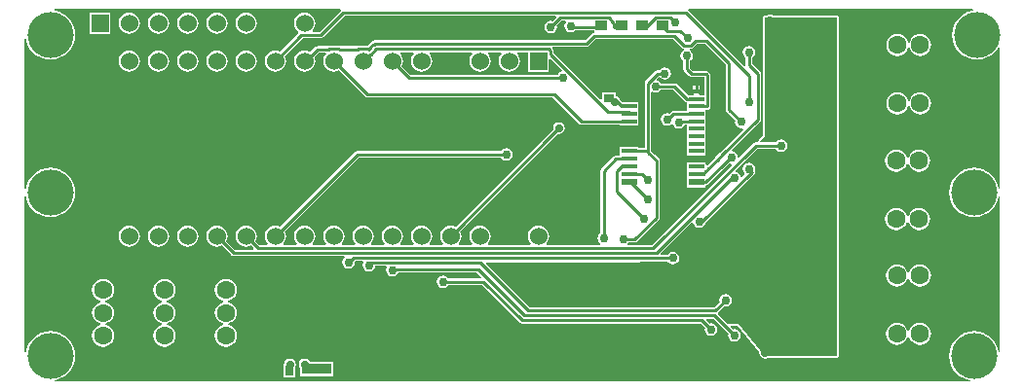
<source format=gbl>
G04 Layer_Physical_Order=2*
G04 Layer_Color=16711680*
%FSLAX25Y25*%
%MOIN*%
G70*
G01*
G75*
%ADD12R,0.03543X0.02756*%
%ADD15R,0.10236X0.03740*%
%ADD18R,0.03937X0.03543*%
%ADD23C,0.01000*%
%ADD26C,0.06000*%
%ADD27R,0.06000X0.06000*%
%ADD28C,0.06300*%
%ADD29C,0.07874*%
%ADD30C,0.15748*%
%ADD31C,0.03000*%
%ADD32C,0.02800*%
%ADD33C,0.01969*%
%ADD34R,0.02756X0.03543*%
%ADD35R,0.05315X0.01575*%
%ADD36R,0.05315X0.02362*%
G36*
X466090Y301724D02*
Y286288D01*
X466090Y286288D01*
X466176Y285859D01*
X466419Y285495D01*
X469351Y282563D01*
X469259Y282100D01*
X469422Y281281D01*
X469886Y280586D01*
X470581Y280122D01*
X471400Y279959D01*
X471732Y280025D01*
X471978Y279564D01*
X464169Y271756D01*
X464076Y271693D01*
X464076Y271693D01*
X462553Y270170D01*
X462491Y270077D01*
X459735Y267321D01*
X459273Y267513D01*
Y268372D01*
X452758D01*
Y265597D01*
Y263038D01*
Y259691D01*
X459273D01*
Y260371D01*
X459601Y260436D01*
X459965Y260679D01*
X465793Y266508D01*
X465900Y266667D01*
X467242Y268010D01*
X467892Y267880D01*
X468133Y267414D01*
X440740Y240021D01*
X432719D01*
X432579Y240339D01*
X432549Y240473D01*
X432851Y240879D01*
X434924D01*
X434924Y240878D01*
X435353Y240964D01*
X435717Y241207D01*
X443093Y248583D01*
X443093Y248583D01*
X443336Y248947D01*
X443422Y249376D01*
X443422Y249376D01*
Y269092D01*
X443411Y269144D01*
X443417Y269196D01*
X443369Y269357D01*
X443336Y269521D01*
X443307Y269565D01*
X443292Y269616D01*
X443186Y269746D01*
X443093Y269885D01*
X443049Y269915D01*
X443016Y269955D01*
X440522Y272024D01*
Y292232D01*
X440963Y292468D01*
X441181Y292322D01*
X442000Y292159D01*
X442819Y292322D01*
X443514Y292786D01*
X443776Y293179D01*
X448035D01*
X451991Y289223D01*
X451991Y289223D01*
X452355Y288980D01*
X452758Y288899D01*
Y286019D01*
X448098D01*
X448098Y286019D01*
X447668Y285934D01*
X447304Y285691D01*
X447304Y285691D01*
X446630Y285016D01*
X446000Y285141D01*
X445181Y284978D01*
X444486Y284514D01*
X444022Y283819D01*
X443859Y283000D01*
X444022Y282181D01*
X444486Y281486D01*
X445181Y281022D01*
X446000Y280859D01*
X446819Y281022D01*
X447459Y281449D01*
X447743Y281401D01*
X447997Y281308D01*
X448022Y281181D01*
X448486Y280486D01*
X449181Y280022D01*
X450000Y279859D01*
X450819Y280022D01*
X451514Y280486D01*
X451978Y281181D01*
X451985Y281217D01*
X452758D01*
Y278392D01*
Y275833D01*
Y273274D01*
Y270715D01*
X459273D01*
Y273274D01*
Y275833D01*
Y278392D01*
Y280951D01*
Y283510D01*
Y286335D01*
X459800D01*
X460229Y286421D01*
X460593Y286664D01*
X460836Y287028D01*
X460922Y287457D01*
Y298100D01*
X460922Y298100D01*
X460836Y298529D01*
X460593Y298893D01*
X460593Y298893D01*
X460136Y299350D01*
X459772Y299593D01*
X459343Y299679D01*
X459343Y299678D01*
X454865D01*
X453822Y300722D01*
Y303124D01*
X454214Y303386D01*
X454678Y304081D01*
X454841Y304900D01*
X454678Y305719D01*
X454214Y306414D01*
X453669Y306779D01*
X453820Y307278D01*
X454077D01*
X454077Y307278D01*
X454506Y307364D01*
X454870Y307607D01*
X456126Y308863D01*
X458951D01*
X466090Y301724D01*
D02*
G37*
G36*
X398400Y299400D02*
X405600D01*
Y303538D01*
X406062Y303729D01*
X409983Y299808D01*
X409838Y299329D01*
X409581Y299278D01*
X408886Y298814D01*
X408624Y298422D01*
X358165D01*
X355220Y301366D01*
X355507Y302060D01*
X355631Y303000D01*
X355507Y303940D01*
X355145Y304816D01*
X354636Y305479D01*
X354780Y305978D01*
X359220D01*
X359364Y305479D01*
X358855Y304816D01*
X358493Y303940D01*
X358369Y303000D01*
X358493Y302060D01*
X358855Y301185D01*
X359433Y300432D01*
X360185Y299855D01*
X361060Y299493D01*
X362000Y299369D01*
X362940Y299493D01*
X363815Y299855D01*
X364567Y300432D01*
X365145Y301185D01*
X365507Y302060D01*
X365631Y303000D01*
X365507Y303940D01*
X365145Y304816D01*
X364636Y305479D01*
X364780Y305978D01*
X379220D01*
X379364Y305479D01*
X378855Y304816D01*
X378493Y303940D01*
X378369Y303000D01*
X378493Y302060D01*
X378855Y301185D01*
X379433Y300432D01*
X380185Y299855D01*
X381060Y299493D01*
X382000Y299369D01*
X382940Y299493D01*
X383816Y299855D01*
X384567Y300432D01*
X385145Y301185D01*
X385507Y302060D01*
X385631Y303000D01*
X385507Y303940D01*
X385145Y304816D01*
X384636Y305479D01*
X384780Y305978D01*
X389220D01*
X389364Y305479D01*
X388855Y304816D01*
X388493Y303940D01*
X388369Y303000D01*
X388493Y302060D01*
X388855Y301185D01*
X389433Y300432D01*
X390184Y299855D01*
X391060Y299493D01*
X392000Y299369D01*
X392940Y299493D01*
X393815Y299855D01*
X394567Y300432D01*
X395145Y301185D01*
X395507Y302060D01*
X395631Y303000D01*
X395507Y303940D01*
X395145Y304816D01*
X394636Y305479D01*
X394780Y305978D01*
X398400D01*
Y299400D01*
D02*
G37*
G36*
X550613Y320378D02*
X550339Y320351D01*
X548741Y319867D01*
X547269Y319080D01*
X545979Y318021D01*
X544920Y316731D01*
X544133Y315259D01*
X543649Y313661D01*
X543485Y312000D01*
X543649Y310339D01*
X544133Y308741D01*
X544920Y307269D01*
X545979Y305979D01*
X547269Y304920D01*
X548741Y304133D01*
X550339Y303649D01*
X552000Y303485D01*
X553661Y303649D01*
X555259Y304133D01*
X556731Y304920D01*
X558021Y305979D01*
X559080Y307269D01*
X559378Y307828D01*
X559878Y307702D01*
Y259411D01*
X559378Y259387D01*
X559351Y259661D01*
X558867Y261259D01*
X558080Y262731D01*
X557021Y264021D01*
X555731Y265080D01*
X554259Y265867D01*
X552661Y266351D01*
X551000Y266515D01*
X549339Y266351D01*
X547741Y265867D01*
X546269Y265080D01*
X544979Y264021D01*
X543920Y262731D01*
X543133Y261259D01*
X542649Y259661D01*
X542485Y258000D01*
X542649Y256339D01*
X543133Y254741D01*
X543920Y253269D01*
X544979Y251979D01*
X546269Y250920D01*
X547741Y250133D01*
X549339Y249649D01*
X551000Y249485D01*
X552661Y249649D01*
X554259Y250133D01*
X555731Y250920D01*
X557021Y251979D01*
X558080Y253269D01*
X558867Y254741D01*
X559351Y256339D01*
X559378Y256613D01*
X559878Y256589D01*
Y203411D01*
X559378Y203387D01*
X559351Y203661D01*
X558867Y205259D01*
X558080Y206731D01*
X557021Y208021D01*
X555731Y209080D01*
X554259Y209867D01*
X552661Y210351D01*
X551000Y210515D01*
X549339Y210351D01*
X547741Y209867D01*
X546269Y209080D01*
X544979Y208021D01*
X543920Y206731D01*
X543133Y205259D01*
X542649Y203661D01*
X542485Y202000D01*
X542649Y200339D01*
X543133Y198741D01*
X543920Y197269D01*
X544979Y195979D01*
X546269Y194920D01*
X547741Y194133D01*
X549339Y193649D01*
X549613Y193622D01*
X549589Y193122D01*
X236411D01*
X236387Y193622D01*
X236661Y193649D01*
X238259Y194133D01*
X239731Y194920D01*
X241021Y195979D01*
X242080Y197269D01*
X242867Y198741D01*
X243351Y200339D01*
X243515Y202000D01*
X243351Y203661D01*
X242867Y205259D01*
X242080Y206731D01*
X241021Y208021D01*
X239731Y209080D01*
X238259Y209867D01*
X236661Y210351D01*
X235000Y210515D01*
X233339Y210351D01*
X231741Y209867D01*
X230269Y209080D01*
X228979Y208021D01*
X227920Y206731D01*
X227133Y205259D01*
X226649Y203661D01*
X226622Y203387D01*
X226121Y203411D01*
Y256589D01*
X226622Y256613D01*
X226649Y256339D01*
X227133Y254741D01*
X227920Y253269D01*
X228979Y251979D01*
X230269Y250920D01*
X231741Y250133D01*
X233339Y249649D01*
X235000Y249485D01*
X236661Y249649D01*
X238259Y250133D01*
X239731Y250920D01*
X241021Y251979D01*
X242080Y253269D01*
X242867Y254741D01*
X243351Y256339D01*
X243515Y258000D01*
X243351Y259661D01*
X242867Y261259D01*
X242080Y262731D01*
X241021Y264021D01*
X239731Y265080D01*
X238259Y265867D01*
X236661Y266351D01*
X235000Y266515D01*
X233339Y266351D01*
X231741Y265867D01*
X230269Y265080D01*
X228979Y264021D01*
X227920Y262731D01*
X227133Y261259D01*
X226649Y259661D01*
X226622Y259387D01*
X226121Y259411D01*
Y310589D01*
X226622Y310613D01*
X226649Y310339D01*
X227133Y308741D01*
X227920Y307269D01*
X228979Y305979D01*
X230269Y304920D01*
X231741Y304133D01*
X233339Y303649D01*
X235000Y303485D01*
X236661Y303649D01*
X238259Y304133D01*
X239731Y304920D01*
X241021Y305979D01*
X242080Y307269D01*
X242867Y308741D01*
X243351Y310339D01*
X243515Y312000D01*
X243351Y313661D01*
X242867Y315259D01*
X242080Y316731D01*
X241021Y318021D01*
X239731Y319080D01*
X238259Y319867D01*
X236661Y320351D01*
X236387Y320378D01*
X236411Y320879D01*
X334223D01*
X334377Y320530D01*
X334392Y320378D01*
X327035Y313021D01*
X324780D01*
X324636Y313522D01*
X325145Y314184D01*
X325507Y315060D01*
X325631Y316000D01*
X325507Y316940D01*
X325145Y317815D01*
X324568Y318567D01*
X323815Y319145D01*
X322940Y319507D01*
X322000Y319631D01*
X321060Y319507D01*
X320184Y319145D01*
X319432Y318567D01*
X318855Y317815D01*
X318493Y316940D01*
X318369Y316000D01*
X318493Y315060D01*
X318855Y314184D01*
X319432Y313433D01*
X319843Y313118D01*
X319872Y313071D01*
X319876Y312462D01*
X313634Y306220D01*
X312940Y306507D01*
X312000Y306631D01*
X311060Y306507D01*
X310185Y306145D01*
X309433Y305568D01*
X308855Y304816D01*
X308493Y303940D01*
X308369Y303000D01*
X308493Y302060D01*
X308855Y301185D01*
X309433Y300432D01*
X310185Y299855D01*
X311060Y299493D01*
X312000Y299369D01*
X312940Y299493D01*
X313815Y299855D01*
X314567Y300432D01*
X315145Y301185D01*
X315507Y302060D01*
X315631Y303000D01*
X315507Y303940D01*
X315220Y304634D01*
X321365Y310778D01*
X327500D01*
X327500Y310778D01*
X327929Y310864D01*
X328293Y311107D01*
X335686Y318500D01*
X407760D01*
X407952Y318038D01*
X406663Y316749D01*
X406200Y316841D01*
X405381Y316678D01*
X404686Y316214D01*
X404222Y315519D01*
X404059Y314700D01*
X404222Y313881D01*
X404686Y313186D01*
X405381Y312722D01*
X406200Y312559D01*
X407019Y312722D01*
X407714Y313186D01*
X408178Y313881D01*
X408341Y314700D01*
X408249Y315163D01*
X409986Y316900D01*
X411232D01*
X411410Y316400D01*
X411022Y315819D01*
X410859Y315000D01*
X411022Y314181D01*
X411486Y313486D01*
X412181Y313022D01*
X413000Y312859D01*
X413819Y313022D01*
X414514Y313486D01*
X414613Y313634D01*
X421032D01*
Y312815D01*
X420747Y312758D01*
X420383Y312515D01*
X420383Y312515D01*
X417989Y310121D01*
X346000D01*
X345571Y310036D01*
X345207Y309793D01*
X345207Y309793D01*
X345185Y309771D01*
X345008Y309736D01*
X344644Y309493D01*
X344644Y309493D01*
X343707Y308556D01*
X343484Y308222D01*
X340302D01*
X340302Y308222D01*
X339873Y308136D01*
X339851Y308121D01*
X334149D01*
X334127Y308136D01*
X333698Y308222D01*
X333698Y308222D01*
X330302D01*
X330302Y308222D01*
X329872Y308136D01*
X329851Y308121D01*
X326400D01*
X325971Y308036D01*
X325607Y307793D01*
X325607Y307793D01*
X323896Y306083D01*
X323815Y306145D01*
X322940Y306507D01*
X322000Y306631D01*
X321060Y306507D01*
X320184Y306145D01*
X319432Y305568D01*
X318855Y304816D01*
X318493Y303940D01*
X318369Y303000D01*
X318493Y302060D01*
X318855Y301185D01*
X319432Y300432D01*
X320184Y299855D01*
X321060Y299493D01*
X322000Y299369D01*
X322940Y299493D01*
X323815Y299855D01*
X324568Y300432D01*
X325145Y301185D01*
X325507Y302060D01*
X325631Y303000D01*
X325507Y303940D01*
X325337Y304351D01*
X326865Y305878D01*
X329047D01*
X329287Y305379D01*
X328855Y304816D01*
X328493Y303940D01*
X328369Y303000D01*
X328493Y302060D01*
X328855Y301185D01*
X329433Y300432D01*
X330185Y299855D01*
X331060Y299493D01*
X332000Y299369D01*
X332940Y299493D01*
X333634Y299780D01*
X342607Y290807D01*
X342607Y290807D01*
X342971Y290564D01*
X343400Y290478D01*
X406935D01*
X415868Y281546D01*
X415868Y281545D01*
X416232Y281302D01*
X416661Y281217D01*
X416661Y281217D01*
X429727D01*
Y280951D01*
X436242D01*
Y283510D01*
Y286069D01*
Y288844D01*
X430742D01*
X429903Y289682D01*
X429884Y289780D01*
X429442Y290442D01*
X428780Y290884D01*
X428372Y290965D01*
Y292222D01*
X423628D01*
Y289988D01*
X423166Y289797D01*
X407222Y305742D01*
Y306456D01*
X407222Y306456D01*
X407136Y306885D01*
X406893Y307249D01*
X406893Y307249D01*
X406725Y307417D01*
X406917Y307878D01*
X418454D01*
X418454Y307878D01*
X418883Y307964D01*
X419247Y308207D01*
X421640Y310600D01*
X448136D01*
X451130Y307607D01*
X451130Y307607D01*
X451494Y307364D01*
X451711Y307321D01*
X451727Y307279D01*
X451764Y306800D01*
X451186Y306414D01*
X450722Y305719D01*
X450559Y304900D01*
X450722Y304081D01*
X451186Y303386D01*
X451578Y303124D01*
Y300257D01*
X451578Y300257D01*
X451664Y299828D01*
X451907Y299464D01*
X453607Y297764D01*
X453607Y297764D01*
X453971Y297521D01*
X454400Y297435D01*
X458678D01*
Y291403D01*
X457112D01*
X457042Y291491D01*
X456890Y291903D01*
X457052Y292146D01*
X457137Y292575D01*
Y295528D01*
X457052Y295957D01*
X456809Y296321D01*
X456445Y296564D01*
X456016Y296649D01*
X455587Y296564D01*
X455223Y296321D01*
X454980Y295957D01*
X454894Y295528D01*
Y292575D01*
X454980Y292146D01*
X455142Y291903D01*
X454990Y291491D01*
X454920Y291403D01*
X452983D01*
X449293Y295093D01*
X448929Y295336D01*
X448500Y295422D01*
X448500Y295422D01*
X443776D01*
X443514Y295814D01*
X442819Y296278D01*
X442562Y296329D01*
X442417Y296808D01*
X443038Y297429D01*
X443638Y297380D01*
X443730Y297242D01*
X444425Y296778D01*
X445244Y296615D01*
X446064Y296778D01*
X446758Y297242D01*
X447222Y297936D01*
X447385Y298756D01*
X447222Y299575D01*
X446758Y300270D01*
X446064Y300734D01*
X445244Y300897D01*
X444425Y300734D01*
X443730Y300270D01*
X443468Y299877D01*
X442779D01*
X442779Y299877D01*
X442350Y299792D01*
X441986Y299549D01*
X441986Y299549D01*
X438607Y296170D01*
X438364Y295806D01*
X438278Y295377D01*
X438278Y295377D01*
Y273224D01*
X436242D01*
Y273490D01*
X429727D01*
Y270665D01*
X428544D01*
X428543Y270665D01*
X428114Y270580D01*
X427750Y270337D01*
X427750Y270336D01*
X423574Y266160D01*
X423331Y265796D01*
X423245Y265367D01*
X423245Y265367D01*
Y244043D01*
X422853Y243781D01*
X422389Y243086D01*
X422226Y242267D01*
X422389Y241448D01*
X422853Y240753D01*
X423199Y240522D01*
X423048Y240021D01*
X404780D01*
X404636Y240522D01*
X405145Y241184D01*
X405507Y242060D01*
X405631Y243000D01*
X405507Y243940D01*
X405145Y244815D01*
X404567Y245567D01*
X403816Y246145D01*
X402940Y246507D01*
X402000Y246631D01*
X401060Y246507D01*
X400184Y246145D01*
X399432Y245567D01*
X398855Y244815D01*
X398493Y243940D01*
X398369Y243000D01*
X398493Y242060D01*
X398855Y241184D01*
X399364Y240522D01*
X399220Y240021D01*
X384780D01*
X384636Y240522D01*
X385145Y241184D01*
X385507Y242060D01*
X385631Y243000D01*
X385507Y243940D01*
X385145Y244815D01*
X384567Y245567D01*
X383816Y246145D01*
X382940Y246507D01*
X382000Y246631D01*
X381060Y246507D01*
X380185Y246145D01*
X379433Y245567D01*
X378855Y244815D01*
X378493Y243940D01*
X378369Y243000D01*
X378493Y242060D01*
X378855Y241184D01*
X379364Y240522D01*
X379220Y240021D01*
X374780D01*
X374636Y240522D01*
X375145Y241184D01*
X375507Y242060D01*
X375631Y243000D01*
X375507Y243940D01*
X375220Y244634D01*
X408622Y278036D01*
X409000Y277961D01*
X409780Y278116D01*
X410442Y278558D01*
X410884Y279220D01*
X411039Y280000D01*
X410884Y280780D01*
X410442Y281442D01*
X409780Y281884D01*
X409000Y282039D01*
X408220Y281884D01*
X407558Y281442D01*
X407116Y280780D01*
X406961Y280000D01*
X407036Y279622D01*
X373634Y246220D01*
X372940Y246507D01*
X372000Y246631D01*
X371060Y246507D01*
X370184Y246145D01*
X369432Y245567D01*
X368855Y244815D01*
X368493Y243940D01*
X368369Y243000D01*
X368493Y242060D01*
X368855Y241184D01*
X369364Y240522D01*
X369220Y240021D01*
X364780D01*
X364636Y240522D01*
X365145Y241184D01*
X365507Y242060D01*
X365631Y243000D01*
X365507Y243940D01*
X365145Y244815D01*
X364567Y245567D01*
X363815Y246145D01*
X362940Y246507D01*
X362000Y246631D01*
X361060Y246507D01*
X360185Y246145D01*
X359433Y245567D01*
X358855Y244815D01*
X358493Y243940D01*
X358369Y243000D01*
X358493Y242060D01*
X358855Y241184D01*
X359364Y240522D01*
X359220Y240021D01*
X354780D01*
X354636Y240522D01*
X355145Y241184D01*
X355507Y242060D01*
X355631Y243000D01*
X355507Y243940D01*
X355145Y244815D01*
X354568Y245567D01*
X353816Y246145D01*
X352940Y246507D01*
X352000Y246631D01*
X351060Y246507D01*
X350184Y246145D01*
X349432Y245567D01*
X348855Y244815D01*
X348493Y243940D01*
X348369Y243000D01*
X348493Y242060D01*
X348855Y241184D01*
X349364Y240522D01*
X349220Y240021D01*
X344780D01*
X344636Y240522D01*
X345145Y241184D01*
X345507Y242060D01*
X345631Y243000D01*
X345507Y243940D01*
X345145Y244815D01*
X344567Y245567D01*
X343815Y246145D01*
X342940Y246507D01*
X342000Y246631D01*
X341060Y246507D01*
X340184Y246145D01*
X339433Y245567D01*
X338855Y244815D01*
X338493Y243940D01*
X338369Y243000D01*
X338493Y242060D01*
X338855Y241184D01*
X339364Y240522D01*
X339220Y240021D01*
X334780D01*
X334636Y240522D01*
X335145Y241184D01*
X335507Y242060D01*
X335631Y243000D01*
X335507Y243940D01*
X335145Y244815D01*
X334567Y245567D01*
X333816Y246145D01*
X332940Y246507D01*
X332000Y246631D01*
X331060Y246507D01*
X330185Y246145D01*
X329433Y245567D01*
X328855Y244815D01*
X328493Y243940D01*
X328369Y243000D01*
X328493Y242060D01*
X328855Y241184D01*
X329364Y240522D01*
X329220Y240021D01*
X324780D01*
X324636Y240522D01*
X325145Y241184D01*
X325507Y242060D01*
X325631Y243000D01*
X325507Y243940D01*
X325145Y244815D01*
X324568Y245567D01*
X323815Y246145D01*
X322940Y246507D01*
X322000Y246631D01*
X321060Y246507D01*
X320184Y246145D01*
X319432Y245567D01*
X318855Y244815D01*
X318493Y243940D01*
X318369Y243000D01*
X318493Y242060D01*
X318855Y241184D01*
X319364Y240522D01*
X319220Y240021D01*
X314780D01*
X314636Y240522D01*
X315145Y241184D01*
X315507Y242060D01*
X315631Y243000D01*
X315507Y243940D01*
X315220Y244634D01*
X340465Y269879D01*
X389224D01*
X389486Y269486D01*
X390181Y269022D01*
X391000Y268859D01*
X391819Y269022D01*
X392514Y269486D01*
X392978Y270181D01*
X393141Y271000D01*
X392978Y271819D01*
X392514Y272514D01*
X391819Y272978D01*
X391000Y273141D01*
X390181Y272978D01*
X389486Y272514D01*
X389224Y272122D01*
X340000D01*
X340000Y272122D01*
X339571Y272036D01*
X339207Y271793D01*
X313634Y246220D01*
X312940Y246507D01*
X312000Y246631D01*
X311060Y246507D01*
X310185Y246145D01*
X309433Y245567D01*
X308855Y244815D01*
X308493Y243940D01*
X308369Y243000D01*
X308493Y242060D01*
X308855Y241184D01*
X309364Y240522D01*
X309220Y240021D01*
X306565D01*
X305220Y241366D01*
X305507Y242060D01*
X305631Y243000D01*
X305507Y243940D01*
X305145Y244815D01*
X304568Y245567D01*
X303816Y246145D01*
X302940Y246507D01*
X302000Y246631D01*
X301060Y246507D01*
X300184Y246145D01*
X299432Y245567D01*
X298855Y244815D01*
X298493Y243940D01*
X298369Y243000D01*
X298493Y242060D01*
X298855Y241184D01*
X299432Y240433D01*
X300184Y239855D01*
X301060Y239493D01*
X302000Y239369D01*
X302940Y239493D01*
X303634Y239780D01*
X304530Y238883D01*
X304339Y238422D01*
X298165D01*
X295220Y241366D01*
X295507Y242060D01*
X295631Y243000D01*
X295507Y243940D01*
X295145Y244815D01*
X294567Y245567D01*
X293815Y246145D01*
X292940Y246507D01*
X292000Y246631D01*
X291060Y246507D01*
X290184Y246145D01*
X289433Y245567D01*
X288855Y244815D01*
X288493Y243940D01*
X288369Y243000D01*
X288493Y242060D01*
X288855Y241184D01*
X289433Y240433D01*
X290184Y239855D01*
X291060Y239493D01*
X292000Y239369D01*
X292940Y239493D01*
X293634Y239780D01*
X296907Y236507D01*
X296907Y236507D01*
X297271Y236264D01*
X297700Y236178D01*
X297700Y236178D01*
X335580D01*
X335732Y235679D01*
X335486Y235514D01*
X335022Y234819D01*
X334859Y234000D01*
X335022Y233181D01*
X335486Y232486D01*
X336181Y232022D01*
X337000Y231859D01*
X337819Y232022D01*
X338514Y232486D01*
X338978Y233181D01*
X339141Y234000D01*
X339135Y234032D01*
X339516Y234478D01*
X341932D01*
X342168Y234037D01*
X342022Y233819D01*
X341859Y233000D01*
X342022Y232181D01*
X342486Y231486D01*
X343181Y231022D01*
X344000Y230859D01*
X344819Y231022D01*
X345514Y231486D01*
X345978Y232181D01*
X346117Y232878D01*
X349928D01*
X350195Y232379D01*
X350022Y232119D01*
X349859Y231300D01*
X350022Y230481D01*
X350486Y229786D01*
X351181Y229322D01*
X352000Y229159D01*
X352819Y229322D01*
X353514Y229786D01*
X353977Y230479D01*
X380935D01*
X382429Y228985D01*
X382238Y228523D01*
X371178D01*
X370915Y228915D01*
X370221Y229380D01*
X369401Y229543D01*
X368582Y229380D01*
X367887Y228915D01*
X367423Y228221D01*
X367260Y227401D01*
X367423Y226582D01*
X367887Y225887D01*
X368582Y225423D01*
X369401Y225260D01*
X370221Y225423D01*
X370915Y225887D01*
X371178Y226280D01*
X382802D01*
X395683Y213400D01*
X395683Y213400D01*
X396046Y213157D01*
X396476Y213071D01*
X396476Y213071D01*
X457342D01*
X458951Y211463D01*
X458859Y211000D01*
X459022Y210181D01*
X459486Y209486D01*
X460181Y209022D01*
X461000Y208859D01*
X461819Y209022D01*
X462514Y209486D01*
X462978Y210181D01*
X463141Y211000D01*
X462978Y211819D01*
X462514Y212514D01*
X461819Y212978D01*
X461000Y213141D01*
X460537Y213049D01*
X459377Y214209D01*
X459568Y214671D01*
X461742D01*
X466951Y209463D01*
X466859Y209000D01*
X467022Y208181D01*
X467486Y207486D01*
X468181Y207022D01*
X469000Y206859D01*
X469819Y207022D01*
X470514Y207486D01*
X470978Y208181D01*
X471141Y209000D01*
X470978Y209819D01*
X470514Y210514D01*
X469819Y210978D01*
X469000Y211141D01*
X468537Y211049D01*
X467697Y211889D01*
X467889Y212351D01*
X470238D01*
X477544Y203420D01*
X477461Y203000D01*
X477616Y202220D01*
X478058Y201558D01*
X478720Y201116D01*
X479500Y200961D01*
X480280Y201116D01*
X480631Y201351D01*
X484803D01*
X484865Y201376D01*
X484930Y201363D01*
X485000Y201377D01*
X485070Y201363D01*
X485136Y201376D01*
X485197Y201351D01*
X489803D01*
X489864Y201376D01*
X489930Y201363D01*
X490000Y201377D01*
X490070Y201363D01*
X490135Y201376D01*
X490197Y201351D01*
X494803D01*
X494865Y201376D01*
X494930Y201363D01*
X495000Y201377D01*
X495070Y201363D01*
X495135Y201376D01*
X495197Y201351D01*
X499803D01*
X499864Y201376D01*
X499930Y201363D01*
X500000Y201377D01*
X500070Y201363D01*
X500136Y201376D01*
X500197Y201351D01*
X504000D01*
X504459Y201541D01*
X504649Y202000D01*
X504649Y318000D01*
X504459Y318459D01*
X504000Y318649D01*
X482375Y318649D01*
X482024Y318884D01*
X481244Y319039D01*
X480464Y318884D01*
X480113Y318649D01*
X479545D01*
X479086Y318459D01*
X478896Y318000D01*
Y310965D01*
X478803Y310500D01*
X478896Y310034D01*
X478896Y277509D01*
X477429Y276043D01*
X477380Y275923D01*
X477288Y275832D01*
Y275703D01*
X477239Y275584D01*
X476978Y275121D01*
X476305D01*
X476305Y275122D01*
X475876Y275036D01*
X475512Y274793D01*
X475512Y274793D01*
X470586Y269867D01*
X470120Y270108D01*
X469978Y270819D01*
X469514Y271514D01*
X468819Y271978D01*
X468362Y272069D01*
X468198Y272612D01*
X477793Y282207D01*
X477793Y282207D01*
X478036Y282571D01*
X478122Y283000D01*
Y298732D01*
X478122Y298732D01*
X478036Y299161D01*
X477793Y299525D01*
X475122Y302197D01*
Y304224D01*
X475514Y304486D01*
X475978Y305181D01*
X476141Y306000D01*
X475978Y306819D01*
X475514Y307514D01*
X474819Y307978D01*
X474000Y308141D01*
X473181Y307978D01*
X472486Y307514D01*
X472022Y306819D01*
X471859Y306000D01*
X472022Y305181D01*
X472486Y304486D01*
X472878Y304224D01*
Y301732D01*
X472878Y301732D01*
X472957Y301336D01*
X472935Y301306D01*
X472443Y301143D01*
X453208Y320378D01*
X453223Y320530D01*
X453377Y320879D01*
X550589D01*
X550613Y320378D01*
D02*
G37*
G36*
X504000Y202000D02*
X500197D01*
X500000Y202039D01*
X499803Y202000D01*
X495197D01*
X495000Y202039D01*
X494803Y202000D01*
X490197D01*
X490000Y202039D01*
X489803Y202000D01*
X485197D01*
X485000Y202039D01*
X484803Y202000D01*
X479545D01*
X470545Y213000D01*
X466586D01*
X463385Y216201D01*
X463393Y216807D01*
X465537Y218951D01*
X466000Y218859D01*
X466819Y219022D01*
X467514Y219486D01*
X467978Y220181D01*
X468141Y221000D01*
X467978Y221819D01*
X467514Y222514D01*
X466819Y222978D01*
X466000Y223141D01*
X465181Y222978D01*
X464486Y222514D01*
X464022Y221819D01*
X463859Y221000D01*
X463951Y220537D01*
X462135Y218722D01*
X398865D01*
X384048Y233538D01*
X384239Y234000D01*
X436305Y234000D01*
X436683Y234379D01*
X446258D01*
X446520Y233986D01*
X447215Y233522D01*
X448034Y233359D01*
X448854Y233522D01*
X449548Y233986D01*
X450012Y234681D01*
X450175Y235500D01*
X450012Y236319D01*
X449548Y237014D01*
X448854Y237478D01*
X448034Y237641D01*
X447215Y237478D01*
X446520Y237014D01*
X446258Y236621D01*
X443861D01*
X443670Y237084D01*
X454388Y247802D01*
X454931Y247638D01*
X455022Y247181D01*
X455486Y246486D01*
X456181Y246022D01*
X457000Y245859D01*
X457819Y246022D01*
X458514Y246486D01*
X458978Y247181D01*
X459031Y247445D01*
X475793Y264207D01*
X476036Y264571D01*
X476122Y265000D01*
X476036Y265429D01*
X476030Y265439D01*
X476141Y266000D01*
X475978Y266819D01*
X475514Y267514D01*
X474819Y267978D01*
X474000Y268141D01*
X473181Y267978D01*
X472486Y267514D01*
X472022Y266819D01*
X471859Y266000D01*
X472022Y265181D01*
X472486Y264486D01*
X472523Y264109D01*
X471612Y263198D01*
X471069Y263362D01*
X470978Y263819D01*
X470514Y264514D01*
X469819Y264978D01*
X469547Y265032D01*
X469402Y265511D01*
X476770Y272879D01*
X483224D01*
X483486Y272486D01*
X484181Y272022D01*
X485000Y271859D01*
X485819Y272022D01*
X486514Y272486D01*
X486978Y273181D01*
X487141Y274000D01*
X486978Y274819D01*
X486514Y275514D01*
X485819Y275978D01*
X485000Y276141D01*
X484181Y275978D01*
X483486Y275514D01*
X483224Y275121D01*
X478080D01*
X477888Y275584D01*
X479545Y277240D01*
X479545Y318000D01*
X504000Y318000D01*
X504000Y202000D01*
D02*
G37*
%LPC*%
G36*
X262000Y246631D02*
X261060Y246507D01*
X260185Y246145D01*
X259433Y245567D01*
X258855Y244815D01*
X258493Y243940D01*
X258369Y243000D01*
X258493Y242060D01*
X258855Y241184D01*
X259433Y240433D01*
X260185Y239855D01*
X261060Y239493D01*
X262000Y239369D01*
X262940Y239493D01*
X263815Y239855D01*
X264567Y240433D01*
X265145Y241184D01*
X265507Y242060D01*
X265631Y243000D01*
X265507Y243940D01*
X265145Y244815D01*
X264567Y245567D01*
X263815Y246145D01*
X262940Y246507D01*
X262000Y246631D01*
D02*
G37*
G36*
X272000D02*
X271060Y246507D01*
X270184Y246145D01*
X269432Y245567D01*
X268855Y244815D01*
X268493Y243940D01*
X268369Y243000D01*
X268493Y242060D01*
X268855Y241184D01*
X269432Y240433D01*
X270184Y239855D01*
X271060Y239493D01*
X272000Y239369D01*
X272940Y239493D01*
X273815Y239855D01*
X274568Y240433D01*
X275145Y241184D01*
X275507Y242060D01*
X275631Y243000D01*
X275507Y243940D01*
X275145Y244815D01*
X274568Y245567D01*
X273815Y246145D01*
X272940Y246507D01*
X272000Y246631D01*
D02*
G37*
G36*
X532220Y272611D02*
X531241Y272482D01*
X530329Y272104D01*
X529546Y271503D01*
X528945Y270720D01*
X528567Y269808D01*
X528536Y269569D01*
X528031D01*
X528000Y269808D01*
X527622Y270720D01*
X527021Y271503D01*
X526238Y272104D01*
X525325Y272482D01*
X524346Y272611D01*
X523368Y272482D01*
X522455Y272104D01*
X521672Y271503D01*
X521071Y270720D01*
X520693Y269808D01*
X520564Y268829D01*
X520693Y267850D01*
X521071Y266937D01*
X521672Y266154D01*
X522455Y265553D01*
X523368Y265175D01*
X524346Y265046D01*
X525325Y265175D01*
X526238Y265553D01*
X527021Y266154D01*
X527622Y266937D01*
X528000Y267850D01*
X528031Y268088D01*
X528536D01*
X528567Y267850D01*
X528945Y266937D01*
X529546Y266154D01*
X530329Y265553D01*
X531241Y265175D01*
X532220Y265046D01*
X533199Y265175D01*
X534112Y265553D01*
X534895Y266154D01*
X535496Y266937D01*
X535874Y267850D01*
X536003Y268829D01*
X535874Y269808D01*
X535496Y270720D01*
X534895Y271503D01*
X534112Y272104D01*
X533199Y272482D01*
X532220Y272611D01*
D02*
G37*
G36*
Y252611D02*
X531241Y252482D01*
X530329Y252104D01*
X529546Y251503D01*
X528945Y250720D01*
X528567Y249808D01*
X528536Y249569D01*
X528031D01*
X528000Y249808D01*
X527622Y250720D01*
X527021Y251503D01*
X526238Y252104D01*
X525325Y252482D01*
X524346Y252611D01*
X523368Y252482D01*
X522455Y252104D01*
X521672Y251503D01*
X521071Y250720D01*
X520693Y249808D01*
X520564Y248829D01*
X520693Y247850D01*
X521071Y246937D01*
X521672Y246154D01*
X522455Y245553D01*
X523368Y245175D01*
X524346Y245046D01*
X525325Y245175D01*
X526238Y245553D01*
X527021Y246154D01*
X527622Y246937D01*
X528000Y247850D01*
X528031Y248088D01*
X528536D01*
X528567Y247850D01*
X528945Y246937D01*
X529546Y246154D01*
X530329Y245553D01*
X531241Y245175D01*
X532220Y245046D01*
X533199Y245175D01*
X534112Y245553D01*
X534895Y246154D01*
X535496Y246937D01*
X535874Y247850D01*
X536003Y248829D01*
X535874Y249808D01*
X535496Y250720D01*
X534895Y251503D01*
X534112Y252104D01*
X533199Y252482D01*
X532220Y252611D01*
D02*
G37*
G36*
X282000Y246631D02*
X281060Y246507D01*
X280185Y246145D01*
X279433Y245567D01*
X278855Y244815D01*
X278493Y243940D01*
X278369Y243000D01*
X278493Y242060D01*
X278855Y241184D01*
X279433Y240433D01*
X280185Y239855D01*
X281060Y239493D01*
X282000Y239369D01*
X282940Y239493D01*
X283816Y239855D01*
X284567Y240433D01*
X285145Y241184D01*
X285507Y242060D01*
X285631Y243000D01*
X285507Y243940D01*
X285145Y244815D01*
X284567Y245567D01*
X283816Y246145D01*
X282940Y246507D01*
X282000Y246631D01*
D02*
G37*
G36*
X253000Y228404D02*
X252021Y228275D01*
X251109Y227898D01*
X250325Y227296D01*
X249724Y226513D01*
X249346Y225601D01*
X249218Y224622D01*
X249346Y223643D01*
X249724Y222731D01*
X250325Y221948D01*
X251109Y221346D01*
X252021Y220969D01*
X252259Y220937D01*
Y220433D01*
X252021Y220402D01*
X251109Y220024D01*
X250325Y219423D01*
X249724Y218639D01*
X249346Y217727D01*
X249218Y216748D01*
X249346Y215769D01*
X249724Y214857D01*
X250325Y214073D01*
X251109Y213472D01*
X252021Y213094D01*
X252259Y213063D01*
Y212559D01*
X252021Y212527D01*
X251109Y212150D01*
X250325Y211548D01*
X249724Y210765D01*
X249346Y209853D01*
X249218Y208874D01*
X249346Y207895D01*
X249724Y206983D01*
X250325Y206200D01*
X251109Y205598D01*
X252021Y205221D01*
X253000Y205092D01*
X253979Y205221D01*
X254891Y205598D01*
X255675Y206200D01*
X256276Y206983D01*
X256653Y207895D01*
X256782Y208874D01*
X256653Y209853D01*
X256276Y210765D01*
X255675Y211548D01*
X254891Y212150D01*
X253979Y212527D01*
X253741Y212559D01*
Y213063D01*
X253979Y213094D01*
X254891Y213472D01*
X255675Y214073D01*
X256276Y214857D01*
X256653Y215769D01*
X256782Y216748D01*
X256653Y217727D01*
X256276Y218639D01*
X255675Y219423D01*
X254891Y220024D01*
X253979Y220402D01*
X253741Y220433D01*
Y220937D01*
X253979Y220969D01*
X254891Y221346D01*
X255675Y221948D01*
X256276Y222731D01*
X256653Y223643D01*
X256782Y224622D01*
X256653Y225601D01*
X256276Y226513D01*
X255675Y227296D01*
X254891Y227898D01*
X253979Y228275D01*
X253000Y228404D01*
D02*
G37*
G36*
X322000Y201039D02*
X321220Y200884D01*
X320558Y200442D01*
X320116Y199780D01*
X319961Y199000D01*
X320116Y198220D01*
X320282Y197971D01*
Y195018D01*
X331718D01*
Y199958D01*
X323765D01*
X323442Y200442D01*
X322780Y200884D01*
X322000Y201039D01*
D02*
G37*
G36*
X317000D02*
X316220Y200884D01*
X315558Y200442D01*
X315116Y199780D01*
X315035Y199372D01*
X314778D01*
Y194628D01*
X318734D01*
Y197995D01*
X318884Y198220D01*
X319039Y199000D01*
X318884Y199780D01*
X318442Y200442D01*
X317780Y200884D01*
X317000Y201039D01*
D02*
G37*
G36*
X274000Y228404D02*
X273021Y228275D01*
X272109Y227898D01*
X271326Y227296D01*
X270725Y226513D01*
X270347Y225601D01*
X270218Y224622D01*
X270347Y223643D01*
X270725Y222731D01*
X271326Y221948D01*
X272109Y221346D01*
X273021Y220969D01*
X273259Y220937D01*
Y220433D01*
X273021Y220402D01*
X272109Y220024D01*
X271326Y219423D01*
X270725Y218639D01*
X270347Y217727D01*
X270218Y216748D01*
X270347Y215769D01*
X270725Y214857D01*
X271326Y214073D01*
X272109Y213472D01*
X273021Y213094D01*
X273259Y213063D01*
Y212559D01*
X273021Y212527D01*
X272109Y212150D01*
X271326Y211548D01*
X270725Y210765D01*
X270347Y209853D01*
X270218Y208874D01*
X270347Y207895D01*
X270725Y206983D01*
X271326Y206200D01*
X272109Y205598D01*
X273021Y205221D01*
X274000Y205092D01*
X274979Y205221D01*
X275891Y205598D01*
X276675Y206200D01*
X277276Y206983D01*
X277654Y207895D01*
X277783Y208874D01*
X277654Y209853D01*
X277276Y210765D01*
X276675Y211548D01*
X275891Y212150D01*
X274979Y212527D01*
X274741Y212559D01*
Y213063D01*
X274979Y213094D01*
X275891Y213472D01*
X276675Y214073D01*
X277276Y214857D01*
X277654Y215769D01*
X277783Y216748D01*
X277654Y217727D01*
X277276Y218639D01*
X276675Y219423D01*
X275891Y220024D01*
X274979Y220402D01*
X274741Y220433D01*
Y220937D01*
X274979Y220969D01*
X275891Y221346D01*
X276675Y221948D01*
X277276Y222731D01*
X277654Y223643D01*
X277783Y224622D01*
X277654Y225601D01*
X277276Y226513D01*
X276675Y227296D01*
X275891Y227898D01*
X274979Y228275D01*
X274000Y228404D01*
D02*
G37*
G36*
X532500Y233282D02*
X531521Y233154D01*
X530609Y232776D01*
X529825Y232174D01*
X529224Y231391D01*
X528847Y230479D01*
X528815Y230241D01*
X528311D01*
X528279Y230479D01*
X527902Y231391D01*
X527301Y232174D01*
X526517Y232776D01*
X525605Y233154D01*
X524626Y233282D01*
X523647Y233154D01*
X522735Y232776D01*
X521951Y232174D01*
X521350Y231391D01*
X520972Y230479D01*
X520844Y229500D01*
X520972Y228521D01*
X521350Y227609D01*
X521951Y226825D01*
X522735Y226224D01*
X523647Y225847D01*
X524626Y225718D01*
X525605Y225847D01*
X526517Y226224D01*
X527301Y226825D01*
X527902Y227609D01*
X528279Y228521D01*
X528311Y228759D01*
X528815D01*
X528847Y228521D01*
X529224Y227609D01*
X529825Y226825D01*
X530609Y226224D01*
X531521Y225847D01*
X532500Y225718D01*
X533479Y225847D01*
X534391Y226224D01*
X535175Y226825D01*
X535776Y227609D01*
X536154Y228521D01*
X536282Y229500D01*
X536154Y230479D01*
X535776Y231391D01*
X535175Y232174D01*
X534391Y232776D01*
X533479Y233154D01*
X532500Y233282D01*
D02*
G37*
G36*
Y213282D02*
X531521Y213154D01*
X530609Y212776D01*
X529825Y212175D01*
X529224Y211391D01*
X528847Y210479D01*
X528815Y210241D01*
X528311D01*
X528279Y210479D01*
X527902Y211391D01*
X527301Y212175D01*
X526517Y212776D01*
X525605Y213154D01*
X524626Y213282D01*
X523647Y213154D01*
X522735Y212776D01*
X521951Y212175D01*
X521350Y211391D01*
X520972Y210479D01*
X520844Y209500D01*
X520972Y208521D01*
X521350Y207609D01*
X521951Y206825D01*
X522735Y206224D01*
X523647Y205847D01*
X524626Y205718D01*
X525605Y205847D01*
X526517Y206224D01*
X527301Y206825D01*
X527902Y207609D01*
X528279Y208521D01*
X528311Y208759D01*
X528815D01*
X528847Y208521D01*
X529224Y207609D01*
X529825Y206825D01*
X530609Y206224D01*
X531521Y205847D01*
X532500Y205718D01*
X533479Y205847D01*
X534391Y206224D01*
X535175Y206825D01*
X535776Y207609D01*
X536154Y208521D01*
X536282Y209500D01*
X536154Y210479D01*
X535776Y211391D01*
X535175Y212175D01*
X534391Y212776D01*
X533479Y213154D01*
X532500Y213282D01*
D02*
G37*
G36*
X295000Y228404D02*
X294021Y228275D01*
X293109Y227898D01*
X292325Y227296D01*
X291724Y226513D01*
X291347Y225601D01*
X291218Y224622D01*
X291347Y223643D01*
X291724Y222731D01*
X292325Y221948D01*
X293109Y221346D01*
X294021Y220969D01*
X294259Y220937D01*
Y220433D01*
X294021Y220402D01*
X293109Y220024D01*
X292325Y219423D01*
X291724Y218639D01*
X291347Y217727D01*
X291218Y216748D01*
X291347Y215769D01*
X291724Y214857D01*
X292325Y214073D01*
X293109Y213472D01*
X294021Y213094D01*
X294259Y213063D01*
Y212559D01*
X294021Y212527D01*
X293109Y212150D01*
X292325Y211548D01*
X291724Y210765D01*
X291347Y209853D01*
X291218Y208874D01*
X291347Y207895D01*
X291724Y206983D01*
X292325Y206200D01*
X293109Y205598D01*
X294021Y205221D01*
X295000Y205092D01*
X295979Y205221D01*
X296891Y205598D01*
X297674Y206200D01*
X298276Y206983D01*
X298654Y207895D01*
X298782Y208874D01*
X298654Y209853D01*
X298276Y210765D01*
X297674Y211548D01*
X296891Y212150D01*
X295979Y212527D01*
X295741Y212559D01*
Y213063D01*
X295979Y213094D01*
X296891Y213472D01*
X297674Y214073D01*
X298276Y214857D01*
X298654Y215769D01*
X298782Y216748D01*
X298654Y217727D01*
X298276Y218639D01*
X297674Y219423D01*
X296891Y220024D01*
X295979Y220402D01*
X295741Y220433D01*
Y220937D01*
X295979Y220969D01*
X296891Y221346D01*
X297674Y221948D01*
X298276Y222731D01*
X298654Y223643D01*
X298782Y224622D01*
X298654Y225601D01*
X298276Y226513D01*
X297674Y227296D01*
X296891Y227898D01*
X295979Y228275D01*
X295000Y228404D01*
D02*
G37*
G36*
X282000Y319631D02*
X281060Y319507D01*
X280185Y319145D01*
X279433Y318567D01*
X278855Y317815D01*
X278493Y316940D01*
X278369Y316000D01*
X278493Y315060D01*
X278855Y314184D01*
X279433Y313433D01*
X280185Y312855D01*
X281060Y312493D01*
X282000Y312369D01*
X282940Y312493D01*
X283816Y312855D01*
X284567Y313433D01*
X285145Y314184D01*
X285507Y315060D01*
X285631Y316000D01*
X285507Y316940D01*
X285145Y317815D01*
X284567Y318567D01*
X283816Y319145D01*
X282940Y319507D01*
X282000Y319631D01*
D02*
G37*
G36*
X272000D02*
X271060Y319507D01*
X270184Y319145D01*
X269432Y318567D01*
X268855Y317815D01*
X268493Y316940D01*
X268369Y316000D01*
X268493Y315060D01*
X268855Y314184D01*
X269432Y313433D01*
X270184Y312855D01*
X271060Y312493D01*
X272000Y312369D01*
X272940Y312493D01*
X273815Y312855D01*
X274568Y313433D01*
X275145Y314184D01*
X275507Y315060D01*
X275631Y316000D01*
X275507Y316940D01*
X275145Y317815D01*
X274568Y318567D01*
X273815Y319145D01*
X272940Y319507D01*
X272000Y319631D01*
D02*
G37*
G36*
X262000D02*
X261060Y319507D01*
X260185Y319145D01*
X259433Y318567D01*
X258855Y317815D01*
X258493Y316940D01*
X258369Y316000D01*
X258493Y315060D01*
X258855Y314184D01*
X259433Y313433D01*
X260185Y312855D01*
X261060Y312493D01*
X262000Y312369D01*
X262940Y312493D01*
X263815Y312855D01*
X264567Y313433D01*
X265145Y314184D01*
X265507Y315060D01*
X265631Y316000D01*
X265507Y316940D01*
X265145Y317815D01*
X264567Y318567D01*
X263815Y319145D01*
X262940Y319507D01*
X262000Y319631D01*
D02*
G37*
G36*
X255600Y319600D02*
X248400D01*
Y312400D01*
X255600D01*
Y319600D01*
D02*
G37*
G36*
X302000Y319631D02*
X301060Y319507D01*
X300184Y319145D01*
X299432Y318567D01*
X298855Y317815D01*
X298493Y316940D01*
X298369Y316000D01*
X298493Y315060D01*
X298855Y314184D01*
X299432Y313433D01*
X300184Y312855D01*
X301060Y312493D01*
X302000Y312369D01*
X302940Y312493D01*
X303816Y312855D01*
X304568Y313433D01*
X305145Y314184D01*
X305507Y315060D01*
X305631Y316000D01*
X305507Y316940D01*
X305145Y317815D01*
X304568Y318567D01*
X303816Y319145D01*
X302940Y319507D01*
X302000Y319631D01*
D02*
G37*
G36*
X292000D02*
X291060Y319507D01*
X290184Y319145D01*
X289433Y318567D01*
X288855Y317815D01*
X288493Y316940D01*
X288369Y316000D01*
X288493Y315060D01*
X288855Y314184D01*
X289433Y313433D01*
X290184Y312855D01*
X291060Y312493D01*
X292000Y312369D01*
X292940Y312493D01*
X293815Y312855D01*
X294567Y313433D01*
X295145Y314184D01*
X295507Y315060D01*
X295631Y316000D01*
X295507Y316940D01*
X295145Y317815D01*
X294567Y318567D01*
X293815Y319145D01*
X292940Y319507D01*
X292000Y319631D01*
D02*
G37*
G36*
X532598Y312312D02*
X531619Y312183D01*
X530707Y311805D01*
X529924Y311204D01*
X529323Y310421D01*
X528945Y309508D01*
X528914Y309270D01*
X528409D01*
X528378Y309508D01*
X528000Y310421D01*
X527399Y311204D01*
X526616Y311805D01*
X525703Y312183D01*
X524724Y312312D01*
X523745Y312183D01*
X522833Y311805D01*
X522050Y311204D01*
X521449Y310421D01*
X521071Y309508D01*
X520942Y308529D01*
X521071Y307551D01*
X521449Y306638D01*
X522050Y305855D01*
X522833Y305254D01*
X523745Y304876D01*
X524724Y304747D01*
X525703Y304876D01*
X526616Y305254D01*
X527399Y305855D01*
X528000Y306638D01*
X528378Y307551D01*
X528409Y307789D01*
X528914D01*
X528945Y307551D01*
X529323Y306638D01*
X529924Y305855D01*
X530707Y305254D01*
X531619Y304876D01*
X532598Y304747D01*
X533577Y304876D01*
X534490Y305254D01*
X535273Y305855D01*
X535874Y306638D01*
X536252Y307551D01*
X536381Y308529D01*
X536252Y309508D01*
X535874Y310421D01*
X535273Y311204D01*
X534490Y311805D01*
X533577Y312183D01*
X532598Y312312D01*
D02*
G37*
G36*
X272000Y306631D02*
X271060Y306507D01*
X270184Y306145D01*
X269432Y305568D01*
X268855Y304816D01*
X268493Y303940D01*
X268369Y303000D01*
X268493Y302060D01*
X268855Y301185D01*
X269432Y300432D01*
X270184Y299855D01*
X271060Y299493D01*
X272000Y299369D01*
X272940Y299493D01*
X273815Y299855D01*
X274568Y300432D01*
X275145Y301185D01*
X275507Y302060D01*
X275631Y303000D01*
X275507Y303940D01*
X275145Y304816D01*
X274568Y305568D01*
X273815Y306145D01*
X272940Y306507D01*
X272000Y306631D01*
D02*
G37*
G36*
X262000D02*
X261060Y306507D01*
X260185Y306145D01*
X259433Y305568D01*
X258855Y304816D01*
X258493Y303940D01*
X258369Y303000D01*
X258493Y302060D01*
X258855Y301185D01*
X259433Y300432D01*
X260185Y299855D01*
X261060Y299493D01*
X262000Y299369D01*
X262940Y299493D01*
X263815Y299855D01*
X264567Y300432D01*
X265145Y301185D01*
X265507Y302060D01*
X265631Y303000D01*
X265507Y303940D01*
X265145Y304816D01*
X264567Y305568D01*
X263815Y306145D01*
X262940Y306507D01*
X262000Y306631D01*
D02*
G37*
G36*
X532598Y292312D02*
X531619Y292183D01*
X530707Y291805D01*
X529924Y291204D01*
X529323Y290421D01*
X528945Y289508D01*
X528914Y289270D01*
X528409D01*
X528378Y289508D01*
X528000Y290421D01*
X527399Y291204D01*
X526616Y291805D01*
X525703Y292183D01*
X524724Y292312D01*
X523745Y292183D01*
X522833Y291805D01*
X522050Y291204D01*
X521449Y290421D01*
X521071Y289508D01*
X520942Y288529D01*
X521071Y287550D01*
X521449Y286638D01*
X522050Y285855D01*
X522833Y285254D01*
X523745Y284876D01*
X524724Y284747D01*
X525703Y284876D01*
X526616Y285254D01*
X527399Y285855D01*
X528000Y286638D01*
X528378Y287550D01*
X528409Y287789D01*
X528914D01*
X528945Y287550D01*
X529323Y286638D01*
X529924Y285855D01*
X530707Y285254D01*
X531619Y284876D01*
X532598Y284747D01*
X533577Y284876D01*
X534490Y285254D01*
X535273Y285855D01*
X535874Y286638D01*
X536252Y287550D01*
X536381Y288529D01*
X536252Y289508D01*
X535874Y290421D01*
X535273Y291204D01*
X534490Y291805D01*
X533577Y292183D01*
X532598Y292312D01*
D02*
G37*
G36*
X302000Y306631D02*
X301060Y306507D01*
X300184Y306145D01*
X299432Y305568D01*
X298855Y304816D01*
X298493Y303940D01*
X298369Y303000D01*
X298493Y302060D01*
X298855Y301185D01*
X299432Y300432D01*
X300184Y299855D01*
X301060Y299493D01*
X302000Y299369D01*
X302940Y299493D01*
X303816Y299855D01*
X304568Y300432D01*
X305145Y301185D01*
X305507Y302060D01*
X305631Y303000D01*
X305507Y303940D01*
X305145Y304816D01*
X304568Y305568D01*
X303816Y306145D01*
X302940Y306507D01*
X302000Y306631D01*
D02*
G37*
G36*
X292000D02*
X291060Y306507D01*
X290184Y306145D01*
X289433Y305568D01*
X288855Y304816D01*
X288493Y303940D01*
X288369Y303000D01*
X288493Y302060D01*
X288855Y301185D01*
X289433Y300432D01*
X290184Y299855D01*
X291060Y299493D01*
X292000Y299369D01*
X292940Y299493D01*
X293815Y299855D01*
X294567Y300432D01*
X295145Y301185D01*
X295507Y302060D01*
X295631Y303000D01*
X295507Y303940D01*
X295145Y304816D01*
X294567Y305568D01*
X293815Y306145D01*
X292940Y306507D01*
X292000Y306631D01*
D02*
G37*
G36*
X282000D02*
X281060Y306507D01*
X280185Y306145D01*
X279433Y305568D01*
X278855Y304816D01*
X278493Y303940D01*
X278369Y303000D01*
X278493Y302060D01*
X278855Y301185D01*
X279433Y300432D01*
X280185Y299855D01*
X281060Y299493D01*
X282000Y299369D01*
X282940Y299493D01*
X283816Y299855D01*
X284567Y300432D01*
X285145Y301185D01*
X285507Y302060D01*
X285631Y303000D01*
X285507Y303940D01*
X285145Y304816D01*
X284567Y305568D01*
X283816Y306145D01*
X282940Y306507D01*
X282000Y306631D01*
D02*
G37*
%LPD*%
D12*
X426000Y295756D02*
D03*
Y290244D02*
D03*
D15*
X326000Y208512D02*
D03*
Y197488D02*
D03*
D18*
X444500Y308850D02*
D03*
Y315150D02*
D03*
X437500Y308850D02*
D03*
Y315150D02*
D03*
X430500Y308850D02*
D03*
Y315150D02*
D03*
X423600Y308850D02*
D03*
Y315150D02*
D03*
D23*
X428800Y258200D02*
X438000Y249000D01*
X406100Y305277D02*
Y306456D01*
X425808Y285569D02*
X432984D01*
X406100Y305277D02*
X425808Y285569D01*
X346100Y307100D02*
X405456D01*
X406100Y306456D01*
X430543Y287457D02*
X432984D01*
X429000Y289000D02*
X430543Y287457D01*
X428000Y289000D02*
X429000D01*
X428800Y258200D02*
Y265241D01*
X457807Y214193D02*
X461000Y211000D01*
X462600Y217600D02*
X466000Y221000D01*
X430543Y266984D02*
X432984D01*
X428800Y265241D02*
X430543Y266984D01*
X434924Y242000D02*
X442300Y249376D01*
X431000Y242000D02*
X434924D01*
X442300Y249376D02*
Y269092D01*
X306100Y238900D02*
X441205D01*
X297700Y237300D02*
X442300D01*
X431011Y235500D02*
X448034D01*
X430911Y235600D02*
X431011Y235500D01*
X338800Y235600D02*
X430911D01*
X441205Y238900D02*
X476305Y274000D01*
X442300Y237300D02*
X469000Y264000D01*
X432984Y272102D02*
X439400D01*
Y271498D02*
X442300Y269092D01*
X439400Y271498D02*
Y295377D01*
X442779Y298756D01*
X445244D01*
X432984Y284898D02*
Y285569D01*
X333798Y307000D02*
X340202D01*
X333698Y307100D02*
X333798Y307000D01*
X330302Y307100D02*
X333698D01*
X330202Y307000D02*
X330302Y307100D01*
X326400Y307000D02*
X330202D01*
X343798D02*
X344000D01*
X343698Y307100D02*
X343798Y307000D01*
X340302Y307100D02*
X343698D01*
X340202Y307000D02*
X340302Y307100D01*
X346100Y306837D02*
Y307100D01*
X344663Y305400D02*
X346100Y306837D01*
X344400Y305400D02*
X344663D01*
X342000Y303000D02*
X344400Y305400D01*
X346000Y309000D02*
X418454D01*
X345700Y308700D02*
X346000Y309000D01*
X345437Y308700D02*
X345700D01*
X344500Y307763D02*
X345437Y308700D01*
X344500Y307500D02*
Y307763D01*
X344000Y307000D02*
X344500Y307500D01*
X324000Y304600D02*
X326400Y307000D01*
X327500Y311900D02*
X335221Y319621D01*
X320900Y311900D02*
X327500D01*
X312000Y303000D02*
X320900Y311900D01*
X448601Y311722D02*
X451923Y308400D01*
X421176Y311722D02*
X448601D01*
X418454Y309000D02*
X421176Y311722D01*
X416661Y282339D02*
X432984D01*
X474000Y301732D02*
Y306000D01*
Y301732D02*
X477000Y298732D01*
X459171Y261472D02*
X465000Y267301D01*
X456016Y261472D02*
X459171D01*
X464974Y267327D02*
X465000Y267301D01*
X477000Y283000D02*
Y298732D01*
X464900Y270900D02*
X477000Y283000D01*
X340000Y271000D02*
X391000D01*
X312000Y243000D02*
X340000Y271000D01*
X372000Y243000D02*
X408256Y279256D01*
X352000Y231300D02*
X352300Y231600D01*
X345000Y234000D02*
X382000D01*
X369401Y227401D02*
X383267D01*
X396476Y214193D01*
X398400Y217600D02*
X462600D01*
X382000Y234000D02*
X398400Y217600D01*
X397207Y215793D02*
X462207D01*
X381400Y231600D02*
X397207Y215793D01*
X352300Y231600D02*
X381400D01*
X396476Y214193D02*
X457807D01*
X462207Y215793D02*
X469000Y209000D01*
X424367Y242267D02*
Y265367D01*
X428543Y269543D01*
X344000Y233000D02*
X345000Y234000D01*
X469000Y263000D02*
Y263890D01*
X469055Y263945D01*
X457500Y247500D02*
X475000Y265000D01*
X469000Y264000D02*
X469055Y263945D01*
X476305Y274000D02*
X485000D01*
X474000Y266000D02*
X475000Y265000D01*
X464974Y267327D02*
X467646Y270000D01*
X468000D01*
X413244Y314756D02*
X423600D01*
X413000Y315000D02*
X413244Y314756D01*
X473981Y288819D02*
Y298019D01*
X452379Y319621D02*
X473981Y298019D01*
X335221Y319621D02*
X452379D01*
X357700Y297300D02*
X410400D01*
X352000Y303000D02*
X357700Y297300D01*
X302000Y243000D02*
X306100Y238900D01*
X432984Y264425D02*
X437375D01*
X439400Y262400D01*
X433500Y261472D02*
X439505Y255467D01*
X432984Y261472D02*
X433500D01*
X448098Y284898D02*
X456016D01*
X452784Y290016D02*
X456016D01*
X407400Y291600D02*
X416661Y282339D01*
X343400Y291600D02*
X407400D01*
X332000Y303000D02*
X343400Y291600D01*
X459415Y309985D02*
X467212Y302188D01*
Y286288D02*
Y302188D01*
X456016Y287457D02*
X459800D01*
Y298100D01*
X459343Y298557D02*
X459800Y298100D01*
X454400Y298557D02*
X459343D01*
X452700Y300257D02*
X454400Y298557D01*
X452700Y300257D02*
Y304900D01*
X444500Y314756D02*
X444900D01*
X427700D02*
Y316000D01*
Y314756D02*
X430500D01*
X292000Y243000D02*
X297700Y237300D01*
X337200Y234000D02*
X338800Y235600D01*
X322000Y303000D02*
X324000D01*
Y304600D01*
X442000Y294300D02*
X448500D01*
X452784Y290016D01*
X426024Y318021D02*
X426669Y317377D01*
Y317032D02*
Y317377D01*
Y317032D02*
X427700Y316000D01*
X406200Y314700D02*
X409521Y318021D01*
X426024D01*
X438811Y314756D02*
X442076Y318021D01*
X446979D01*
X437500Y314756D02*
X438811D01*
X456016Y292575D02*
Y295528D01*
X446979Y318021D02*
X448700Y316300D01*
X451923Y308400D02*
X454077D01*
X455661Y309985D02*
X459415D01*
X454077Y308400D02*
X455661Y309985D01*
X444900Y314756D02*
X446256Y313400D01*
X450600D01*
X453000Y311000D01*
X446200Y283000D02*
X448098Y284898D01*
X450000Y282000D02*
X450339Y282339D01*
X456016D01*
X446000Y283000D02*
X446200D01*
X456016Y264425D02*
X458394D01*
X459066Y265097D01*
X459129D01*
X459773Y265741D01*
Y265773D01*
X463346Y269346D01*
Y269377D01*
X464869Y270900D01*
X464900D01*
X467212Y286288D02*
X471400Y282100D01*
X428543Y269543D02*
X432984D01*
X457000Y248000D02*
X457500Y247500D01*
D26*
X272000Y316000D02*
D03*
X262000D02*
D03*
X322000D02*
D03*
X312000D02*
D03*
X302000D02*
D03*
X292000D02*
D03*
X282000D02*
D03*
Y303000D02*
D03*
X292000D02*
D03*
X302000D02*
D03*
X312000D02*
D03*
X322000D02*
D03*
X332000D02*
D03*
X342000D02*
D03*
X352000D02*
D03*
X362000D02*
D03*
X372000D02*
D03*
X382000D02*
D03*
X392000D02*
D03*
X402000Y243000D02*
D03*
X272000Y303000D02*
D03*
X262000D02*
D03*
X392000Y243000D02*
D03*
X382000D02*
D03*
X372000D02*
D03*
X362000D02*
D03*
X352000D02*
D03*
X342000D02*
D03*
X332000D02*
D03*
X322000D02*
D03*
X312000D02*
D03*
X282000D02*
D03*
X302000D02*
D03*
X292000D02*
D03*
X272000D02*
D03*
X262000D02*
D03*
D27*
X252000Y316000D02*
D03*
X402000Y303000D02*
D03*
D28*
X532220Y268829D02*
D03*
X524346D02*
D03*
X532500Y229500D02*
D03*
X524626D02*
D03*
X532598Y308529D02*
D03*
X524724D02*
D03*
X532220Y248829D02*
D03*
X524346D02*
D03*
X532500Y209500D02*
D03*
X524626D02*
D03*
X532598Y288529D02*
D03*
X524724D02*
D03*
X295000Y216748D02*
D03*
Y224622D02*
D03*
Y208874D02*
D03*
Y201000D02*
D03*
X274000Y216748D02*
D03*
Y224622D02*
D03*
Y208874D02*
D03*
Y201000D02*
D03*
X253000Y216748D02*
D03*
Y224622D02*
D03*
Y208874D02*
D03*
Y201000D02*
D03*
D29*
X407000Y222685D02*
D03*
Y203000D02*
D03*
X448000Y203315D02*
D03*
Y223000D02*
D03*
D30*
X551000Y258000D02*
D03*
X235000D02*
D03*
X552000Y312000D02*
D03*
X551000Y202000D02*
D03*
X235000D02*
D03*
Y312000D02*
D03*
D31*
X438000Y249000D02*
D03*
X461000Y211000D02*
D03*
X466000Y221000D02*
D03*
X431000Y242000D02*
D03*
X445244Y298756D02*
D03*
X474000Y306000D02*
D03*
X352000Y231300D02*
D03*
X369401Y227401D02*
D03*
X469000Y209000D02*
D03*
X424367Y242267D02*
D03*
X344000Y233000D02*
D03*
X469000Y263000D02*
D03*
X474000Y266000D02*
D03*
X468000Y270000D02*
D03*
X413000Y315000D02*
D03*
X410400Y297300D02*
D03*
X439400Y262400D02*
D03*
X439505Y255467D02*
D03*
X452700Y304900D02*
D03*
X406200Y314700D02*
D03*
X391000Y271000D02*
D03*
X337000Y234000D02*
D03*
X442000Y294300D02*
D03*
X448034Y235500D02*
D03*
X448700Y316300D02*
D03*
X453000Y311000D02*
D03*
X473981Y288819D02*
D03*
X485000Y274000D02*
D03*
X450000Y282000D02*
D03*
X446000Y283000D02*
D03*
X471400Y282100D02*
D03*
X457000Y248000D02*
D03*
D32*
X353000Y212000D02*
D03*
Y208000D02*
D03*
X361000Y212000D02*
D03*
X357000D02*
D03*
Y208000D02*
D03*
X361000D02*
D03*
X365000D02*
D03*
X428000Y289000D02*
D03*
X475000Y244000D02*
D03*
X473906Y235000D02*
D03*
X477000Y271000D02*
D03*
X323000Y309000D02*
D03*
X373000Y315000D02*
D03*
X442000Y274000D02*
D03*
Y277000D02*
D03*
X426000D02*
D03*
X430000D02*
D03*
X434000D02*
D03*
X463000Y281000D02*
D03*
Y273000D02*
D03*
Y277000D02*
D03*
X409000Y280000D02*
D03*
X357000Y197000D02*
D03*
X361000D02*
D03*
X365000D02*
D03*
X369000D02*
D03*
Y201000D02*
D03*
X365000D02*
D03*
X361000D02*
D03*
X357000D02*
D03*
X421000Y232500D02*
D03*
X322000Y199000D02*
D03*
X317000D02*
D03*
X311000D02*
D03*
X521000Y200000D02*
D03*
X465000Y317000D02*
D03*
Y311000D02*
D03*
Y314000D02*
D03*
X480500Y271000D02*
D03*
X480843Y310500D02*
D03*
X481244Y317000D02*
D03*
X479744Y231307D02*
D03*
X479500Y203000D02*
D03*
X485000Y195000D02*
D03*
X490000D02*
D03*
X495000D02*
D03*
X505000D02*
D03*
X500000D02*
D03*
X485000Y200000D02*
D03*
X490000D02*
D03*
X495000D02*
D03*
X500000D02*
D03*
X505000D02*
D03*
X510000Y195000D02*
D03*
Y200000D02*
D03*
X515000D02*
D03*
X526000D02*
D03*
X531000D02*
D03*
Y195000D02*
D03*
X526000D02*
D03*
X521000D02*
D03*
X515000D02*
D03*
X255000Y250000D02*
D03*
X260000D02*
D03*
Y255000D02*
D03*
X255000D02*
D03*
Y260000D02*
D03*
X260000D02*
D03*
Y265000D02*
D03*
X255000D02*
D03*
Y270000D02*
D03*
X260000D02*
D03*
Y275000D02*
D03*
X255000D02*
D03*
Y280000D02*
D03*
X260000D02*
D03*
Y285000D02*
D03*
X255000D02*
D03*
Y290000D02*
D03*
X260000D02*
D03*
X483500Y283500D02*
D03*
X480000Y235000D02*
D03*
X420000Y252000D02*
D03*
Y248000D02*
D03*
Y244000D02*
D03*
X416000D02*
D03*
Y248000D02*
D03*
Y252000D02*
D03*
D33*
X315158Y211165D02*
D03*
X319488Y206835D02*
D03*
Y211165D02*
D03*
X323819Y206835D02*
D03*
Y211165D02*
D03*
X315158Y206835D02*
D03*
D34*
X311244Y197000D02*
D03*
X316756D02*
D03*
D35*
X432984Y287457D02*
D03*
Y290016D02*
D03*
Y292575D02*
D03*
Y284898D02*
D03*
Y282339D02*
D03*
X456016D02*
D03*
Y284898D02*
D03*
Y292575D02*
D03*
Y290016D02*
D03*
Y287457D02*
D03*
Y279780D02*
D03*
Y277220D02*
D03*
Y274661D02*
D03*
Y272102D02*
D03*
Y264425D02*
D03*
Y266984D02*
D03*
Y269543D02*
D03*
X432984D02*
D03*
Y266984D02*
D03*
Y264425D02*
D03*
Y272102D02*
D03*
Y274661D02*
D03*
Y277220D02*
D03*
Y279780D02*
D03*
D36*
X456016Y295528D02*
D03*
Y261472D02*
D03*
X432984D02*
D03*
Y295528D02*
D03*
M02*

</source>
